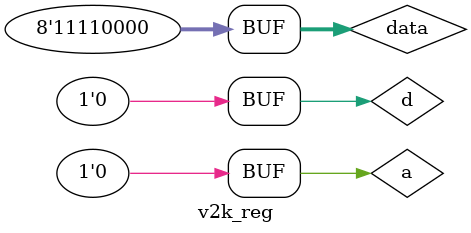
<source format=v>
module v2k_reg();

// v2k allows to init variables
reg a = 0;
// Here only last variable is set to 0, i.e d = 0
// Rest b, c are set to x
reg b, c, d = 0;
// reg data type can be signed in v2k
// We can assign with signed constants
reg signed [7:0] data = 8'shF0;

// Function can return signed values
// Its ports can contain signed ports
function signed [7:0] adder;
  input a_in;
  input b_in;
  input c_in;
  input signed [7:0] data_in;
  begin
    adder = a_in + b_in + c_in + data_in;
  end
endfunction

endmodule

</source>
